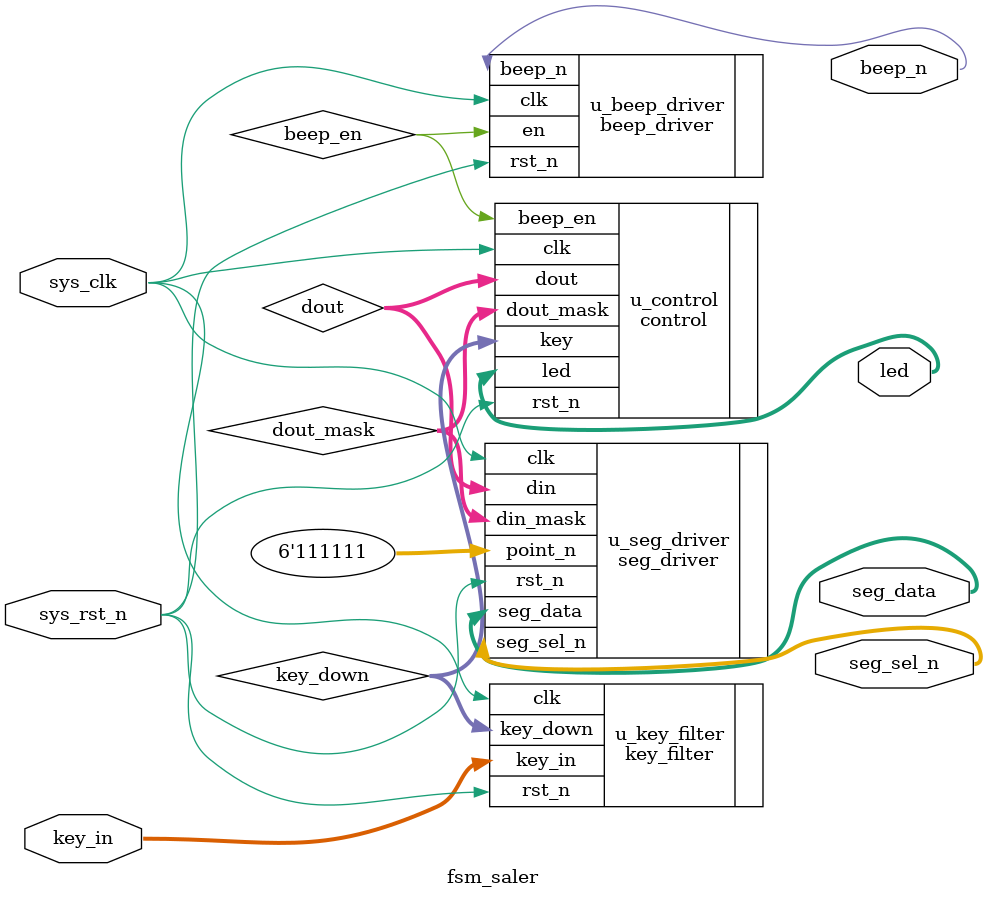
<source format=v>
module fsm_saler( 
    input				sys_clk	  ,
    input				sys_rst_n ,
//3个按键
    input		[2:0]	key_in	  ,
//数码管接口
    output	 	[5:0]	seg_sel_n ,
    output	 	[7:0]	seg_data  ,
//led灯
    output      [3:0]   led       ,
//蜂鸣器
    output              beep_n    
);								 			 
                        
    //中间信号定义		 

    wire	[2:0]	key_down    ;
    wire	[23:0]  dout        ;
    wire    [5:0]   dout_mask   ;
    wire            beep_en     ;


key_filter #(.KEY_W(3)) 
u_key_filter(
.clk        (sys_clk  ),
.rst_n      (sys_rst_n),
.key_in     (key_in   ), //按键信号输入
.key_down   (key_down ) //输出消抖之后的检测结果
);

control  u_control(
.clk            (sys_clk        ),
.rst_n          (sys_rst_n      ),
.key            (key_down   ),
.dout           (dout       ),
.dout_mask      (dout_mask  ),
.led            (led        ),
.beep_en        (beep_en)
);

seg_driver  u_seg_driver(
.clk        (sys_clk    ),
.rst_n      (sys_rst_n  ),
.din        (dout       ),
.din_mask   (dout_mask  ),
.point_n    (6'b111111  ) ,
.seg_data   (seg_data   ),//片选信号
.seg_sel_n  (seg_sel_n  ) //段选信号
);

beep_driver #(.TIME_DELAY(2500_0000))
u_beep_driver(
.clk        (sys_clk    ),
.rst_n      (sys_rst_n  ),
.en         (beep_en    ),
.beep_n     (beep_n     )
);
    

endmodule
</source>
